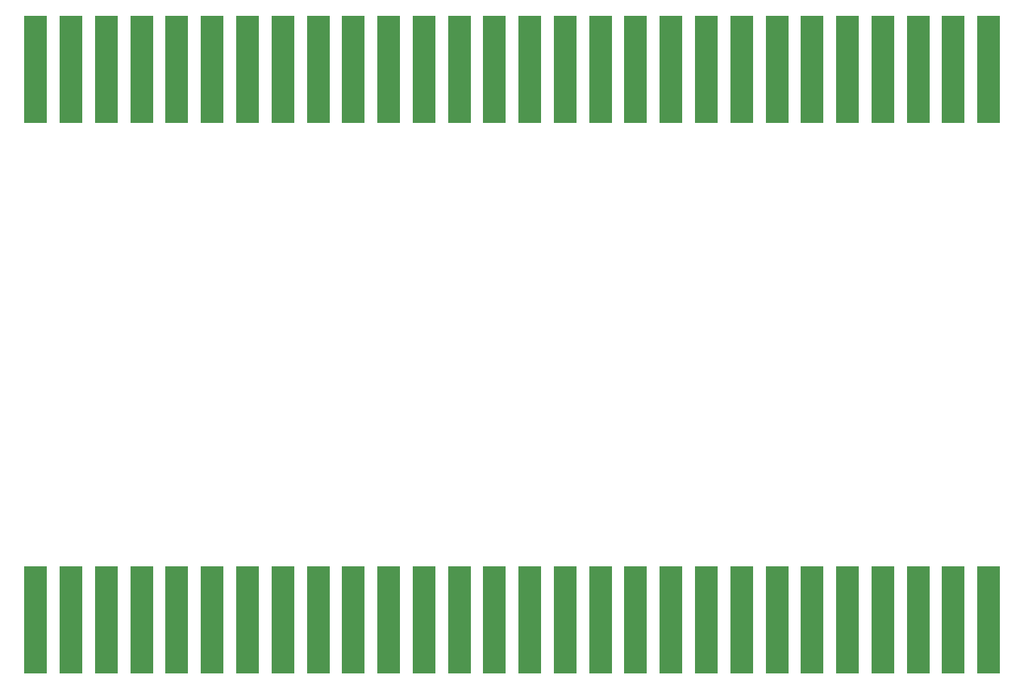
<source format=gts>
%TF.GenerationSoftware,KiCad,Pcbnew,9.0.1*%
%TF.CreationDate,2025-08-01T20:54:44+02:00*%
%TF.ProjectId,monaco-gp-28,6d6f6e61-636f-42d6-9770-2d32382e6b69,rev?*%
%TF.SameCoordinates,Original*%
%TF.FileFunction,Soldermask,Top*%
%TF.FilePolarity,Negative*%
%FSLAX46Y46*%
G04 Gerber Fmt 4.6, Leading zero omitted, Abs format (unit mm)*
G04 Created by KiCad (PCBNEW 9.0.1) date 2025-08-01 20:54:44*
%MOMM*%
%LPD*%
G01*
G04 APERTURE LIST*
%ADD10R,2.540000X12.000000*%
G04 APERTURE END LIST*
D10*
%TO.C,C1*%
X9210000Y-6860000D03*
X13170000Y-6860000D03*
X17130000Y-6860000D03*
X21090000Y-6860000D03*
X25050000Y-6860000D03*
X29010000Y-6860000D03*
X32970000Y-6860000D03*
X36930000Y-6860000D03*
X40890000Y-6860000D03*
X44850000Y-6860000D03*
X48810000Y-6860000D03*
X52770000Y-6860000D03*
X56730000Y-6860000D03*
X60690000Y-6860000D03*
X64650000Y-6860000D03*
X68610000Y-6860000D03*
X72570000Y-6860000D03*
X76530000Y-6860000D03*
X80490000Y-6860000D03*
X84450000Y-6860000D03*
X88410000Y-6860000D03*
X92370000Y-6860000D03*
X96330000Y-6860000D03*
X100290000Y-6860000D03*
X104250000Y-6860000D03*
X108210000Y-6860000D03*
X112170000Y-6860000D03*
X116130000Y-6860000D03*
%TD*%
%TO.C,F1*%
X9213000Y-68660000D03*
X13173000Y-68660000D03*
X17133000Y-68660000D03*
X21093000Y-68660000D03*
X25053000Y-68660000D03*
X29013000Y-68660000D03*
X32973000Y-68660000D03*
X36933000Y-68660000D03*
X40893000Y-68660000D03*
X44853000Y-68660000D03*
X48813000Y-68660000D03*
X52773000Y-68660000D03*
X56733000Y-68660000D03*
X60693000Y-68660000D03*
X64653000Y-68660000D03*
X68613000Y-68660000D03*
X72573000Y-68660000D03*
X76533000Y-68660000D03*
X80493000Y-68660000D03*
X84453000Y-68660000D03*
X88413000Y-68660000D03*
X92373000Y-68660000D03*
X96333000Y-68660000D03*
X100293000Y-68660000D03*
X104253000Y-68660000D03*
X108213000Y-68660000D03*
X112173000Y-68660000D03*
X116133000Y-68660000D03*
%TD*%
M02*

</source>
